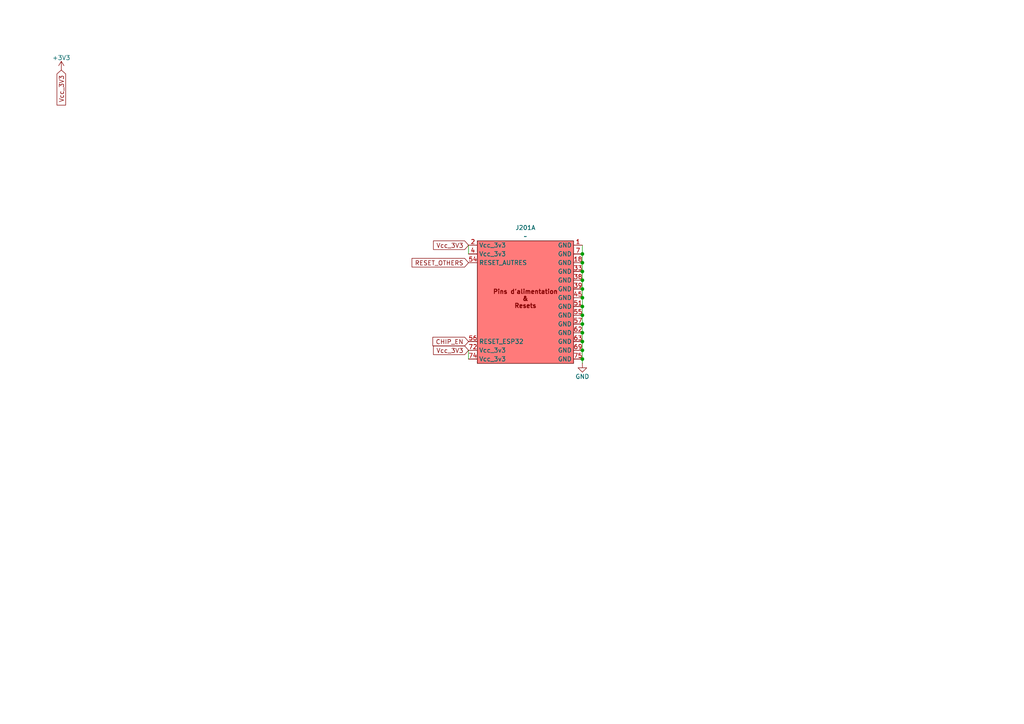
<source format=kicad_sch>
(kicad_sch (version 20231120) (generator "eeschema") (generator_version "8.0")
  (paper "A4")
  (lib_symbols
    (symbol "connecteur_m2_key_E:connecteur_SOM_ESP32"
      (property "Reference" "J" (at 0.254 16.51 0))
      (symbol "connecteur_SOM_ESP32_1_1"
        (rectangle (start -13.97 7.62) (end 13.97 -27.94) (stroke (width 0) (color 72 0 0 1)) (fill (type color) (color 255 0 0 0.52)))
        (text "Pins d'alimentation\n&\nResets" (at 0 -9.144 0) (effects (font (size 1.27 1.27) (bold yes))))
        (pin power_in line (at 16.51 6.35 180) (length 2.54) (name "GND") (number "1"))
        (pin power_in line (at 16.51 1.27 180) (length 2.54) (name "GND") (number "18"))
        (pin power_in line (at -16.51 6.35 0) (length 2.54) (name "Vcc_3v3") (number "2"))
        (pin power_in line (at 16.51 -1.27 180) (length 2.54) (name "GND") (number "33"))
        (pin power_in line (at 16.51 -3.81 180) (length 2.54) (name "GND") (number "38"))
        (pin power_in line (at 16.51 -6.35 180) (length 2.54) (name "GND") (number "39"))
        (pin power_in line (at -16.51 3.81 0) (length 2.54) (name "Vcc_3v3") (number "4"))
        (pin power_in line (at 16.51 -8.89 180) (length 2.54) (name "GND") (number "45"))
        (pin power_in line (at 16.51 -11.43 180) (length 2.54) (name "GND") (number "51"))
        (pin bidirectional line (at -16.51 1.27 0) (length 2.54) (name "RESET_AUTRES") (number "54"))
        (pin power_in line (at 16.51 -13.97 180) (length 2.54) (name "GND") (number "55"))
        (pin bidirectional line (at -16.51 -21.59 0) (length 2.54) (name "RESET_ESP32") (number "56"))
        (pin power_in line (at 16.51 -16.51 180) (length 2.54) (name "GND") (number "57"))
        (pin power_in line (at 16.51 -19.05 180) (length 2.54) (name "GND") (number "62"))
        (pin power_in line (at 16.51 -21.59 180) (length 2.54) (name "GND") (number "63"))
        (pin power_in line (at 16.51 -24.13 180) (length 2.54) (name "GND") (number "69"))
        (pin power_in line (at 16.51 3.81 180) (length 2.54) (name "GND") (number "7"))
        (pin power_in line (at -16.51 -24.13 0) (length 2.54) (name "Vcc_3v3") (number "72"))
        (pin power_in line (at -16.51 -26.67 0) (length 2.54) (name "Vcc_3v3") (number "74"))
        (pin power_in line (at 16.51 -26.67 180) (length 2.54) (name "GND") (number "75"))
      )
      (symbol "connecteur_SOM_ESP32_2_1"
        (rectangle (start -17.78 11.43) (end 16.51 -12.7) (stroke (width 0) (color 0 0 72 1)) (fill (type color) (color 0 0 255 0.2)))
        (text "I2C" (at -0.254 -0.254 0) (effects (font (size 1.27 1.27))))
        (pin bidirectional line (at 19.05 7.62 180) (length 2.54) (name "I2C_SCL_1_TCA") (number "11"))
        (pin bidirectional line (at 19.05 3.81 180) (length 2.54) (name "I2C_SDA_2_TCA") (number "13"))
        (pin bidirectional line (at 19.05 -2.54 180) (length 2.54) (name "I2C_SDA_3_TCA") (number "14"))
        (pin bidirectional line (at 19.05 1.27 180) (length 2.54) (name "I2C_SCL_2_TCA") (number "15"))
        (pin bidirectional line (at 19.05 -5.08 180) (length 2.54) (name "I2C_SCL_3_TCA") (number "16"))
        (pin bidirectional line (at 19.05 -8.89 180) (length 2.54) (name "I2C_SDA_4_TCA") (number "17"))
        (pin bidirectional line (at 19.05 -11.43 180) (length 2.54) (name "I2C_SCL_4_TCA") (number "19"))
        (pin bidirectional line (at -20.32 1.27 0) (length 2.54) (name "I2C_SDA_ESP32") (number "58"))
        (pin bidirectional line (at -20.32 -1.27 0) (length 2.54) (name "I2C_SCL_ESP32") (number "60"))
        (pin bidirectional line (at 19.05 10.16 180) (length 2.54) (name "I2C_SDA_1_TCA") (number "9"))
      )
      (symbol "connecteur_SOM_ESP32_3_1"
        (rectangle (start -2.54 6.35) (end 15.24 -7.62) (stroke (width 0) (color 0 0 72 1)) (fill (type color) (color 0 0 255 0.2)))
        (text "SPI" (at 0 0 0) (effects (font (size 1.27 1.27) (bold yes))))
        (pin bidirectional line (at 17.78 5.08 180) (length 2.54) (name "SPI_CS_5") (number "20"))
        (pin bidirectional line (at 17.78 2.54 180) (length 2.54) (name "SPI_CS_6") (number "21"))
        (pin bidirectional line (at 17.78 -1.27 180) (length 2.54) (name "SPI_CLK") (number "23"))
        (pin bidirectional line (at 17.78 -3.81 180) (length 2.54) (name "SPI_MOSI") (number "35"))
        (pin bidirectional line (at 17.78 -6.35 180) (length 2.54) (name "SPI_MISO") (number "37"))
      )
      (symbol "connecteur_SOM_ESP32_4_1"
        (rectangle (start -13.97 2.54) (end 10.16 -2.54) (stroke (width 0) (color 0 0 72 1)) (fill (type color) (color 0 0 255 0.2)))
        (text "Canbus" (at -9.906 0.254 0) (effects (font (size 1.27 1.27) (bold yes))))
        (pin bidirectional line (at 12.7 1.27 180) (length 2.54) (name "CAN_H_MCP2515") (number "71"))
        (pin bidirectional line (at 12.7 -1.27 180) (length 2.54) (name "CAN_L_MCP2515") (number "73"))
      )
      (symbol "connecteur_SOM_ESP32_5_1"
        (rectangle (start -3.81 2.54) (end 11.43 -2.54) (stroke (width 0) (color 0 0 72 1)) (fill (type color) (color 0 0 255 0.2)))
        (text "UART" (at -0.254 0.254 0) (effects (font (size 1.27 1.27) (bold yes))))
        (pin bidirectional line (at 13.97 1.27 180) (length 2.54) (name "UART_TX") (number "22"))
        (pin bidirectional line (at 13.97 -1.27 180) (length 2.54) (name "UART_RX") (number "32"))
      )
      (symbol "connecteur_SOM_ESP32_6_1"
        (rectangle (start -11.43 2.54) (end 11.43 -2.54) (stroke (width 0) (color 0 0 72 1)) (fill (type color) (color 0 0 255 0.2)))
        (text "USB" (at -8.636 0.254 0) (effects (font (size 1.27 1.27) (bold yes))))
        (pin bidirectional line (at 13.97 -1.27 180) (length 2.54) (name "USB_D+_FT231") (number "3"))
        (pin bidirectional line (at 13.97 1.27 180) (length 2.54) (name "USB_D-_FT231") (number "5"))
      )
      (symbol "connecteur_SOM_ESP32_7_1"
        (rectangle (start -12.7 2.54) (end 11.43 -2.54) (stroke (width 0) (color 0 0 72 1)) (fill (type color) (color 0 0 255 0.2)))
        (text "DEBUG" (at -8.636 0.254 0) (effects (font (size 1.27 1.27) (bold yes))))
        (pin bidirectional line (at 13.97 1.27 180) (length 2.54) (name "USB_DEBUG_D-") (number "46"))
        (pin bidirectional line (at 13.97 -1.27 180) (length 2.54) (name "USB_DEBUG_D+") (number "48"))
      )
      (symbol "connecteur_SOM_ESP32_8_1"
        (rectangle (start -8.89 5.08) (end 11.43 -2.54) (stroke (width 0) (color 0 0 72 1)) (fill (type color) (color 0 0 255 0.2)))
        (text "I2S" (at -5.842 1.27 0) (effects (font (size 1.27 1.27) (bold yes))))
        (pin bidirectional line (at 13.97 1.27 180) (length 2.54) (name "I2S_WS") (number "10"))
        (pin bidirectional line (at 13.97 -1.27 180) (length 2.54) (name "I2S_DIN/DOUT") (number "12"))
        (pin bidirectional line (at 13.97 3.81 180) (length 2.54) (name "I2S_BCLK") (number "8"))
      )
      (symbol "connecteur_SOM_ESP32_9_1"
        (rectangle (start -16.51 3.81) (end 16.51 -10.16) (fill (type color) (color 255 153 0 0.3)))
        (text "Pins analogue\n<-Input\nOutput->" (at -0.254 -5.842 0) (effects (font (size 1.27 1.27) (bold yes))))
        (pin bidirectional line (at -19.05 1.27 0) (length 2.54) (name "DAC_1_MCP48") (number "59"))
        (pin bidirectional line (at -19.05 -1.27 0) (length 2.54) (name "DAC_2_MCP48") (number "61"))
        (pin power_in line (at 19.05 1.27 180) (length 2.54) (name "ADC_1_MCP3202") (number "65"))
        (pin power_in line (at 19.05 -1.27 180) (length 2.54) (name "ADC_2_MCP3202") (number "67"))
      )
      (symbol "connecteur_SOM_ESP32_10_1"
        (rectangle (start -19.05 5.08) (end 6.35 -5.08) (stroke (width 0) (color 0 72 0 1)) (fill (type color) (color 0 132 0 0.3)))
        (text "Sortie PWM\n" (at -13.208 0.254 0) (effects (font (size 1.27 1.27))))
        (pin output line (at 8.89 3.81 180) (length 2.54) (name "PWM_1_PCA") (number "64"))
        (pin output line (at 8.89 1.27 180) (length 2.54) (name "PWM_2_PCA") (number "66"))
        (pin output line (at 8.89 -1.27 180) (length 2.54) (name "PWM_3_PCA") (number "68"))
        (pin output line (at 8.89 -3.81 180) (length 2.54) (name "PWM_4_PCA") (number "70"))
      )
      (symbol "connecteur_SOM_ESP32_11_1"
        (rectangle (start -12.7 7.62) (end 13.97 -5.08) (stroke (width 0) (color 0 72 0 1)) (fill (type color) (color 0 132 0 0.3)))
        (text "ESP32\n" (at 0.508 -2.794 0) (effects (font (size 1.27 1.27))))
        (text "GPIO pins" (at 0.508 5.842 0) (effects (font (size 1.27 1.27))))
        (pin bidirectional line (at 16.51 -1.27 180) (length 2.54) (name "GPIO47") (number "34"))
        (pin bidirectional line (at 16.51 -3.81 180) (length 2.54) (name "GPIO48") (number "36"))
        (pin bidirectional line (at -15.24 6.35 0) (length 2.54) (name "GPIO15") (number "40"))
        (pin bidirectional line (at -15.24 3.81 0) (length 2.54) (name "GPIO16") (number "41"))
        (pin bidirectional line (at -15.24 1.27 0) (length 2.54) (name "NC") (number "42"))
        (pin bidirectional line (at -15.24 -1.27 0) (length 2.54) (name "NC") (number "43"))
        (pin bidirectional line (at -15.24 -3.81 0) (length 2.54) (name "NC") (number "44"))
        (pin bidirectional line (at 16.51 6.35 180) (length 2.54) (name "NC") (number "52"))
        (pin bidirectional line (at 16.51 3.81 180) (length 2.54) (name "NC") (number "53"))
        (pin bidirectional line (at 16.51 1.27 180) (length 2.54) (name "GPIO38&LED") (number "6"))
      )
      (symbol "connecteur_SOM_ESP32_12_1"
        (rectangle (start -8.89 3.81) (end 8.89 -3.81) (fill (type color) (color 255 255 0 0.4)))
        (text "Sortie\nclock" (at -5.334 0 0) (effects (font (size 1.27 1.27) (bold yes))))
        (pin output line (at 11.43 2.54 180) (length 2.54) (name "REFCLKn/NC") (number "47"))
        (pin output line (at 11.43 0 180) (length 2.54) (name "REFCLKp/NC") (number "49"))
        (pin output line (at 11.43 -2.54 180) (length 2.54) (name "SUSCLK") (number "50"))
      )
    )
    (symbol "power:+3V3" (power) (pin_numbers hide) (pin_names (offset 0) hide)
      (property "Value" "+3V3" (at 0 3.556 0))
      (symbol "+3V3_0_1"
        (polyline (pts (xy -0.762 1.27) (xy 0 2.54)))
        (polyline (pts (xy 0 0) (xy 0 2.54)))
        (polyline (pts (xy 0 2.54) (xy 0.762 1.27)))
      )
      (symbol "+3V3_1_1"
        (pin power_in line (at 0 0 90) (length 0) (name "~") (number "1"))
      )
    )
    (symbol "power:GND" (power) (pin_numbers hide) (pin_names (offset 0) hide)
      (property "Value" "GND" (at 0 -3.81 0))
      (symbol "GND_0_1"
        (polyline (pts (xy 0 0) (xy 0 -1.27) (xy 1.27 -1.27) (xy 0 -2.54) (xy -1.27 -1.27) (xy 0 -1.27)))
      )
      (symbol "GND_1_1"
        (pin power_in line (at 0 0 270) (length 0) (name "~") (number "1"))
      )
    )
  )
  (junction (at 168.91 88.9))
  (junction (at 168.91 81.28))
  (junction (at 168.91 96.52))
  (junction (at 168.91 78.74))
  (junction (at 168.91 101.6))
  (junction (at 168.91 91.44))
  (junction (at 168.91 73.66))
  (junction (at 168.91 93.98))
  (junction (at 168.91 76.2))
  (junction (at 168.91 104.14))
  (junction (at 168.91 86.36))
  (junction (at 168.91 99.06))
  (junction (at 168.91 83.82))
  (wire (pts (xy 168.91 93.98) (xy 168.91 96.52)))
  (wire (pts (xy 168.91 83.82) (xy 168.91 86.36)))
  (wire (pts (xy 168.91 73.66) (xy 168.91 76.2)))
  (wire (pts (xy 168.91 104.14) (xy 168.91 105.41)))
  (wire (pts (xy 168.91 76.2) (xy 168.91 78.74)))
  (wire (pts (xy 168.91 96.52) (xy 168.91 99.06)))
  (wire (pts (xy 168.91 86.36) (xy 168.91 88.9)))
  (wire (pts (xy 168.91 88.9) (xy 168.91 91.44)))
  (wire (pts (xy 168.91 78.74) (xy 168.91 81.28)))
  (wire (pts (xy 168.91 101.6) (xy 168.91 104.14)))
  (wire (pts (xy 135.89 71.12) (xy 135.89 73.66)))
  (wire (pts (xy 168.91 71.12) (xy 168.91 73.66)))
  (wire (pts (xy 168.91 99.06) (xy 168.91 101.6)))
  (wire (pts (xy 168.91 91.44) (xy 168.91 93.98)))
  (wire (pts (xy 135.89 101.6) (xy 135.89 104.14)))
  (wire (pts (xy 168.91 81.28) (xy 168.91 83.82)))
  (global_label "Vcc_3V3" (shape input) (at 135.89 71.12 180) (property "Intersheetrefs" "${INTERSHEET_REFS}" (effects (hide yes))))
  (global_label "CHIP_EN" (shape input) (at 135.89 99.06 180) (property "Intersheetrefs" "${INTERSHEET_REFS}" (effects (hide yes))))
  (global_label "RESET_OTHERS" (shape input) (at 135.89 76.2 180) (property "Intersheetrefs" "${INTERSHEET_REFS}" (effects (hide yes))))
  (global_label "Vcc_3V3" (shape input) (at 17.78 20.32 270) (property "Intersheetrefs" "${INTERSHEET_REFS}" (effects (hide yes))))
  (global_label "Vcc_3V3" (shape input) (at 135.89 101.6 180) (property "Intersheetrefs" "${INTERSHEET_REFS}" (effects (hide yes))))
  (symbol (lib_id "power:+3V3") (at 17.78 20.32 0) (unit 1)
    (property "Reference" "#PWR0202" (effects (hide yes)))
    (property "Value" "+3V3" (at 17.78 16.764 0))
    (property "Description" "Power symbol creates a global label with name \"+3V3\"" (effects (hide yes)))
  )
  (symbol (lib_id "connecteur_m2_key_E:connecteur_SOM_ESP32") (at 152.4 77.47 0) (unit 1)
    (property "Reference" "J201" (at 152.4 66.04 0))
    (property "Value" "~" (at 152.4 68.58 0))
    (property "Footprint" "connecteur_M2_key_E:NGFF_E" (effects (hide yes)))
  )
  (symbol (lib_id "power:GND") (at 168.91 105.41 0) (unit 1)
    (property "Reference" "#PWR0201" (effects (hide yes)))
    (property "Value" "GND" (at 168.91 109.22 0))
    (property "Description" "Power symbol creates a global label with name \"GND\" , ground" (effects (hide yes)))
  )
)
</source>
